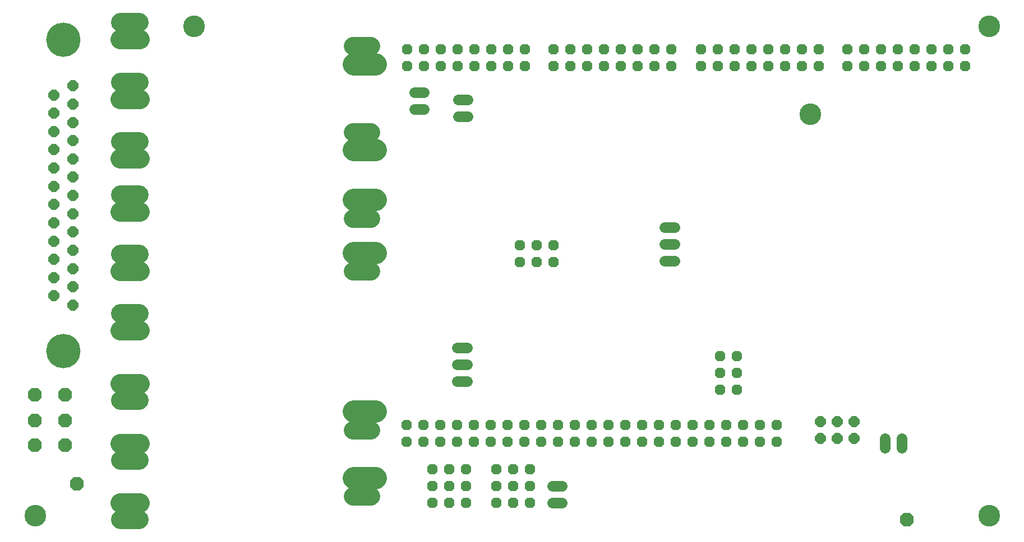
<source format=gbs>
G75*
G70*
%OFA0B0*%
%FSLAX24Y24*%
%IPPOS*%
%LPD*%
%AMOC8*
5,1,8,0,0,1.08239X$1,22.5*
%
%ADD10C,0.1290*%
%ADD11OC8,0.0631*%
%ADD12C,0.0631*%
%ADD13C,0.1339*%
%ADD14C,0.1182*%
%ADD15C,0.1103*%
%ADD16C,0.1142*%
%ADD17OC8,0.0640*%
%ADD18C,0.2040*%
%ADD19OC8,0.0650*%
%ADD20OC8,0.0827*%
D10*
X001360Y001480D03*
X047430Y025400D03*
X058050Y030610D03*
X010810Y030610D03*
X058050Y001480D03*
D11*
X045430Y005900D03*
X044430Y005900D03*
X043430Y005900D03*
X042430Y005900D03*
X041430Y005900D03*
X040430Y005900D03*
X039430Y005900D03*
X038430Y005900D03*
X037430Y005900D03*
X036430Y005900D03*
X035430Y005900D03*
X034430Y005900D03*
X033430Y005900D03*
X032430Y005900D03*
X031430Y005900D03*
X030430Y005900D03*
X029430Y005900D03*
X028430Y005900D03*
X027430Y005900D03*
X026430Y005900D03*
X025430Y005900D03*
X024430Y005900D03*
X023430Y005900D03*
X023430Y006900D03*
X024430Y006900D03*
X025430Y006900D03*
X026430Y006900D03*
X027430Y006900D03*
X028430Y006900D03*
X029430Y006900D03*
X030430Y006900D03*
X031430Y006900D03*
X032430Y006900D03*
X033430Y006900D03*
X034430Y006900D03*
X035430Y006900D03*
X036430Y006900D03*
X037430Y006900D03*
X038430Y006900D03*
X039430Y006900D03*
X040430Y006900D03*
X041430Y006900D03*
X042430Y006900D03*
X043430Y006900D03*
X044430Y006900D03*
X045430Y006900D03*
X043080Y009000D03*
X042080Y009000D03*
X042080Y010000D03*
X043080Y010000D03*
X043080Y011000D03*
X042080Y011000D03*
X032180Y016600D03*
X031180Y016600D03*
X030180Y016600D03*
X030180Y017600D03*
X031180Y017600D03*
X032180Y017600D03*
X032180Y028250D03*
X033180Y028250D03*
X034180Y028250D03*
X035180Y028250D03*
X036180Y028250D03*
X037180Y028250D03*
X038180Y028250D03*
X039180Y028250D03*
X039180Y029250D03*
X038180Y029250D03*
X037180Y029250D03*
X036180Y029250D03*
X035180Y029250D03*
X034180Y029250D03*
X033180Y029250D03*
X032180Y029250D03*
X030480Y029250D03*
X029480Y029250D03*
X028480Y029250D03*
X027480Y029250D03*
X026480Y029250D03*
X025480Y029250D03*
X024480Y029250D03*
X023480Y029250D03*
X023480Y028250D03*
X024480Y028250D03*
X025480Y028250D03*
X026480Y028250D03*
X027480Y028250D03*
X028480Y028250D03*
X029480Y028250D03*
X030480Y028250D03*
X040930Y028250D03*
X041930Y028250D03*
X042930Y028250D03*
X043930Y028250D03*
X044930Y028250D03*
X045930Y028250D03*
X046930Y028250D03*
X047930Y028250D03*
X047930Y029250D03*
X046930Y029250D03*
X045930Y029250D03*
X044930Y029250D03*
X043930Y029250D03*
X042930Y029250D03*
X041930Y029250D03*
X040930Y029250D03*
X049630Y029250D03*
X050630Y029250D03*
X051630Y029250D03*
X052630Y029250D03*
X053630Y029250D03*
X054630Y029250D03*
X055630Y029250D03*
X056630Y029250D03*
X056630Y028250D03*
X055630Y028250D03*
X054630Y028250D03*
X053630Y028250D03*
X052630Y028250D03*
X051630Y028250D03*
X050630Y028250D03*
X049630Y028250D03*
X030780Y004250D03*
X029780Y004250D03*
X028780Y004250D03*
X028780Y003250D03*
X029780Y003250D03*
X030780Y003250D03*
X030780Y002250D03*
X029780Y002250D03*
X028780Y002250D03*
X026980Y002250D03*
X025980Y002250D03*
X024980Y002250D03*
X024980Y003250D03*
X025980Y003250D03*
X026980Y003250D03*
X026980Y004250D03*
X025980Y004250D03*
X024980Y004250D03*
D12*
X032085Y003250D02*
X032675Y003250D01*
X032675Y002250D02*
X032085Y002250D01*
X027025Y009480D02*
X026435Y009480D01*
X026435Y010480D02*
X027025Y010480D01*
X027025Y011480D02*
X026435Y011480D01*
X038775Y016660D02*
X039365Y016660D01*
X039365Y017660D02*
X038775Y017660D01*
X038775Y018660D02*
X039365Y018660D01*
X027075Y025250D02*
X026485Y025250D01*
X026485Y026250D02*
X027075Y026250D01*
X024475Y026700D02*
X023885Y026700D01*
X023885Y025700D02*
X024475Y025700D01*
X051880Y006095D02*
X051880Y005505D01*
X052880Y005505D02*
X052880Y006095D01*
D13*
X021606Y007670D02*
X020307Y007670D01*
X020307Y003733D02*
X021606Y003733D01*
X021606Y017133D02*
X020307Y017133D01*
X020307Y020282D02*
X021606Y020282D01*
X021606Y023249D02*
X020307Y023249D01*
X020307Y028367D02*
X021606Y028367D01*
D14*
X007551Y029843D02*
X006409Y029843D01*
X006409Y026300D02*
X007551Y026300D01*
X007551Y022757D02*
X006409Y022757D01*
X006409Y019593D02*
X007551Y019593D01*
X007551Y016050D02*
X006409Y016050D01*
X006409Y012507D02*
X007551Y012507D01*
X007551Y009343D02*
X006409Y009343D01*
X006409Y005800D02*
X007551Y005800D01*
X007551Y002257D02*
X006409Y002257D01*
D15*
X020228Y002650D02*
X021291Y002650D01*
X021291Y006587D02*
X020228Y006587D01*
X020228Y016050D02*
X021291Y016050D01*
X021291Y019200D02*
X020228Y019200D01*
X020228Y024331D02*
X021291Y024331D01*
X021291Y029450D02*
X020228Y029450D01*
D16*
X007531Y030843D02*
X006429Y030843D01*
X006429Y027300D02*
X007531Y027300D01*
X007531Y023757D02*
X006429Y023757D01*
X006429Y020593D02*
X007531Y020593D01*
X007531Y017050D02*
X006429Y017050D01*
X006429Y013507D02*
X007531Y013507D01*
X007531Y008343D02*
X006429Y008343D01*
X006429Y004800D02*
X007531Y004800D01*
X007531Y001257D02*
X006429Y001257D01*
D17*
X003590Y014030D03*
X002470Y014570D03*
X003590Y015120D03*
X002470Y015660D03*
X003590Y016200D03*
X002470Y016750D03*
X003590Y017290D03*
X002470Y017830D03*
X003590Y018380D03*
X002470Y018920D03*
X003590Y019460D03*
X002470Y020010D03*
X003590Y020550D03*
X002470Y021090D03*
X003590Y021640D03*
X002470Y022180D03*
X003590Y022720D03*
X002470Y023270D03*
X003590Y023810D03*
X002470Y024350D03*
X003590Y024900D03*
X002470Y025440D03*
X003590Y025980D03*
X002470Y026530D03*
X003590Y027070D03*
D18*
X003030Y029810D03*
X003030Y011290D03*
D19*
X048030Y007100D03*
X049030Y007100D03*
X050030Y007100D03*
X050030Y006100D03*
X049030Y006100D03*
X048030Y006100D03*
D20*
X053180Y001250D03*
X003830Y003400D03*
X003130Y005700D03*
X001330Y005700D03*
X001330Y007150D03*
X003130Y007150D03*
X003130Y008700D03*
X001330Y008700D03*
M02*

</source>
